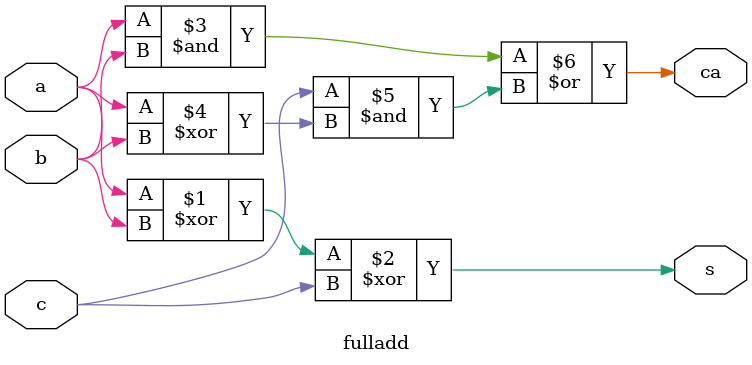
<source format=v>
`timescale 1ns / 1ps



module fulladd(
    input a,
    input b,
    input c,
    output s,
    output ca
    );
    assign s=a^b^c;
    assign ca=(a&b)|c&(a^b);
endmodule

</source>
